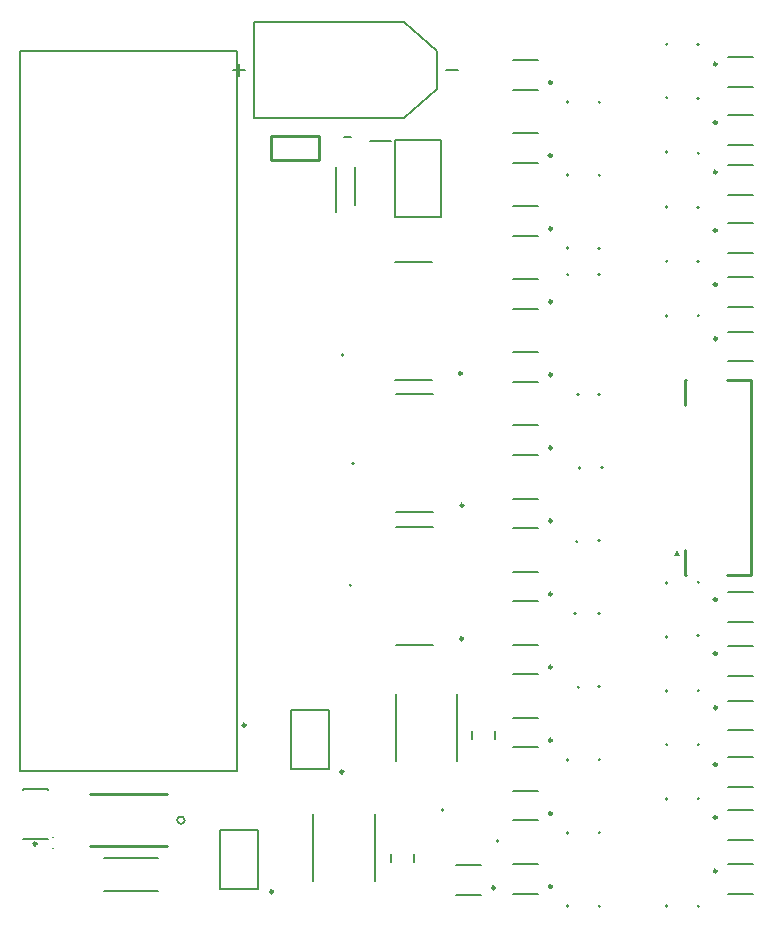
<source format=gbr>
G04*
G04 #@! TF.GenerationSoftware,Altium Limited,Altium Designer,23.5.1 (21)*
G04*
G04 Layer_Color=65535*
%FSLAX25Y25*%
%MOIN*%
G70*
G04*
G04 #@! TF.SameCoordinates,62E66B6F-0332-4FDC-AC1A-6E2C05ECB38F*
G04*
G04*
G04 #@! TF.FilePolarity,Positive*
G04*
G01*
G75*
%ADD10C,0.00600*%
%ADD11C,0.00984*%
%ADD12C,0.00591*%
%ADD13C,0.01000*%
%ADD14C,0.00787*%
%ADD15C,0.00500*%
G36*
X543077Y563937D02*
X542077Y561937D01*
X544077D01*
X543077Y563937D01*
D01*
D02*
G37*
D10*
X539800Y660300D02*
G03*
X539800Y660300I-300J0D01*
G01*
X483400Y467000D02*
G03*
X483400Y467000I-300J0D01*
G01*
X539800Y696700D02*
G03*
X539800Y696700I-300J0D01*
G01*
X517300Y689036D02*
G03*
X517300Y689036I-300J0D01*
G01*
X518300Y591500D02*
G03*
X518300Y591500I-300J0D01*
G01*
X517300Y494127D02*
G03*
X517300Y494127I-300J0D01*
G01*
X539800Y481100D02*
G03*
X539800Y481100I-300J0D01*
G01*
Y553100D02*
G03*
X539800Y553100I-300J0D01*
G01*
Y732600D02*
G03*
X539800Y732600I-300J0D01*
G01*
X517300Y655909D02*
G03*
X517300Y655909I-300J0D01*
G01*
Y542854D02*
G03*
X517300Y542854I-300J0D01*
G01*
Y445400D02*
G03*
X517300Y445400I-300J0D01*
G01*
X539800Y517100D02*
G03*
X539800Y517100I-300J0D01*
G01*
X431800Y629000D02*
G03*
X431800Y629000I-300J0D01*
G01*
X435300Y592900D02*
G03*
X435300Y592900I-300J0D01*
G01*
X539800Y714900D02*
G03*
X539800Y714900I-300J0D01*
G01*
X517300Y664673D02*
G03*
X517300Y664673I-300J0D01*
G01*
X539800Y642100D02*
G03*
X539800Y642100I-300J0D01*
G01*
X517300Y567218D02*
G03*
X517300Y567218I-300J0D01*
G01*
Y469764D02*
G03*
X517300Y469764I-300J0D01*
G01*
X539800Y499200D02*
G03*
X539800Y499200I-300J0D01*
G01*
X434300Y552400D02*
G03*
X434300Y552400I-300J0D01*
G01*
X517300Y713400D02*
G03*
X517300Y713400I-300J0D01*
G01*
Y615945D02*
G03*
X517300Y615945I-300J0D01*
G01*
X539800Y678500D02*
G03*
X539800Y678500I-300J0D01*
G01*
X517300Y518491D02*
G03*
X517300Y518491I-300J0D01*
G01*
X539800Y445400D02*
G03*
X539800Y445400I-300J0D01*
G01*
Y535100D02*
G03*
X539800Y535100I-300J0D01*
G01*
X465100Y477500D02*
G03*
X465100Y477500I-300J0D01*
G01*
X550300Y696400D02*
G03*
X550300Y696400I-300J0D01*
G01*
X506800Y689036D02*
G03*
X506800Y689036I-300J0D01*
G01*
X510800Y591400D02*
G03*
X510800Y591400I-300J0D01*
G01*
X506800Y494127D02*
G03*
X506800Y494127I-300J0D01*
G01*
X550300Y481100D02*
G03*
X550300Y481100I-300J0D01*
G01*
Y553376D02*
G03*
X550300Y553376I-300J0D01*
G01*
Y660200D02*
G03*
X550300Y660200I-300J0D01*
G01*
Y732600D02*
G03*
X550300Y732600I-300J0D01*
G01*
X506800Y655909D02*
G03*
X506800Y655909I-300J0D01*
G01*
X509300Y542900D02*
G03*
X509300Y542900I-300J0D01*
G01*
X506800Y445400D02*
G03*
X506800Y445400I-300J0D01*
G01*
X550300Y517100D02*
G03*
X550300Y517100I-300J0D01*
G01*
Y714500D02*
G03*
X550300Y714500I-300J0D01*
G01*
X506800Y664673D02*
G03*
X506800Y664673I-300J0D01*
G01*
X550300Y642100D02*
G03*
X550300Y642100I-300J0D01*
G01*
X509800Y566900D02*
G03*
X509800Y566900I-300J0D01*
G01*
X506800Y469764D02*
G03*
X506800Y469764I-300J0D01*
G01*
X550300Y499100D02*
G03*
X550300Y499100I-300J0D01*
G01*
X506800Y713400D02*
G03*
X506800Y713400I-300J0D01*
G01*
X510300Y615900D02*
G03*
X510300Y615900I-300J0D01*
G01*
X550300Y678300D02*
G03*
X550300Y678300I-300J0D01*
G01*
X510300Y518400D02*
G03*
X510300Y518400I-300J0D01*
G01*
X550300Y445400D02*
G03*
X550300Y445400I-300J0D01*
G01*
Y535600D02*
G03*
X550300Y535600I-300J0D01*
G01*
D11*
X556216Y457059D02*
G03*
X556216Y457059I-492J0D01*
G01*
X501268Y451941D02*
G03*
X501268Y451941I-492J0D01*
G01*
X556216Y547559D02*
G03*
X556216Y547559I-492J0D01*
G01*
Y690059D02*
G03*
X556216Y690059I-492J0D01*
G01*
X501268Y695577D02*
G03*
X501268Y695577I-492J0D01*
G01*
Y598123D02*
G03*
X501268Y598123I-492J0D01*
G01*
Y500668D02*
G03*
X501268Y500668I-492J0D01*
G01*
X556216Y475000D02*
G03*
X556216Y475000I-492J0D01*
G01*
Y652559D02*
G03*
X556216Y652559I-492J0D01*
G01*
Y726059D02*
G03*
X556216Y726059I-492J0D01*
G01*
X501268Y646850D02*
G03*
X501268Y646850I-492J0D01*
G01*
Y549396D02*
G03*
X501268Y549396I-492J0D01*
G01*
X556216Y511500D02*
G03*
X556216Y511500I-492J0D01*
G01*
X471240Y623000D02*
G03*
X471240Y623000I-492J0D01*
G01*
X471740Y579000D02*
G03*
X471740Y579000I-492J0D01*
G01*
X556216Y706559D02*
G03*
X556216Y706559I-492J0D01*
G01*
X501268Y671214D02*
G03*
X501268Y671214I-492J0D01*
G01*
X556216Y634500D02*
G03*
X556216Y634500I-492J0D01*
G01*
X501268Y573759D02*
G03*
X501268Y573759I-492J0D01*
G01*
Y476305D02*
G03*
X501268Y476305I-492J0D01*
G01*
X556216Y492559D02*
G03*
X556216Y492559I-492J0D01*
G01*
X471610Y534500D02*
G03*
X471610Y534500I-492J0D01*
G01*
X501268Y719941D02*
G03*
X501268Y719941I-492J0D01*
G01*
Y622486D02*
G03*
X501268Y622486I-492J0D01*
G01*
X556216Y670618D02*
G03*
X556216Y670618I-492J0D01*
G01*
X501268Y525032D02*
G03*
X501268Y525032I-492J0D01*
G01*
X556216Y529559D02*
G03*
X556216Y529559I-492J0D01*
G01*
X482268Y451441D02*
G03*
X482268Y451441I-492J0D01*
G01*
X408220Y450153D02*
G03*
X408220Y450153I-492J0D01*
G01*
X431720Y490154D02*
G03*
X431720Y490154I-492J0D01*
G01*
X399153Y505657D02*
G03*
X399153Y505657I-492J0D01*
G01*
X329492Y466157D02*
G03*
X329492Y466157I-492J0D01*
G01*
D12*
X378843Y474000D02*
G03*
X378843Y474000I-1245J0D01*
G01*
X559866Y449579D02*
X568134D01*
X559866Y459421D02*
X568134D01*
X488366D02*
X496634D01*
X488366Y449579D02*
X496634D01*
X559866Y540079D02*
X568134D01*
X559866Y549921D02*
X568134D01*
X559866Y682579D02*
X568134D01*
X559866Y692421D02*
X568134D01*
X488366Y703058D02*
X496634D01*
X488366Y693215D02*
X496634D01*
X488366Y605603D02*
X496634D01*
X488366Y595760D02*
X496634D01*
X488366Y508148D02*
X496634D01*
X488366Y498306D02*
X496634D01*
X559866Y467520D02*
X568134D01*
X559866Y477362D02*
X568134D01*
X559866Y645079D02*
X568134D01*
X559866Y654921D02*
X568134D01*
X559866Y718579D02*
X568134D01*
X559866Y728421D02*
X568134D01*
X488366Y654330D02*
X496634D01*
X488366Y644488D02*
X496634D01*
X488366Y556876D02*
X496634D01*
X488366Y547033D02*
X496634D01*
X559866Y504020D02*
X568134D01*
X559866Y513862D02*
X568134D01*
X559866Y699079D02*
X568134D01*
X559866Y708921D02*
X568134D01*
X488366Y678694D02*
X496634D01*
X488366Y668851D02*
X496634D01*
X559866Y627020D02*
X568134D01*
X559866Y636862D02*
X568134D01*
X488366Y581239D02*
X496634D01*
X488366Y571397D02*
X496634D01*
X488366Y483785D02*
X496634D01*
X488366Y473942D02*
X496634D01*
X559866Y485079D02*
X568134D01*
X559866Y494921D02*
X568134D01*
X488366Y727421D02*
X496634D01*
X488366Y717579D02*
X496634D01*
X488366Y629967D02*
X496634D01*
X488366Y620124D02*
X496634D01*
X559866Y663138D02*
X568134D01*
X559866Y672980D02*
X568134D01*
X488366Y532512D02*
X496634D01*
X488366Y522670D02*
X496634D01*
X559866Y522079D02*
X568134D01*
X559866Y531921D02*
X568134D01*
X469366Y458921D02*
X477634D01*
X469366Y449079D02*
X477634D01*
D13*
X559469Y555693D02*
X567591D01*
X545577D02*
Y564035D01*
Y555693D02*
X545838D01*
X559469Y620654D02*
X567591D01*
X545577Y612312D02*
Y620653D01*
X545838D01*
X567591Y555693D02*
Y620654D01*
X407500Y702000D02*
X423500D01*
Y694000D02*
Y702000D01*
X407500Y694000D02*
X423500D01*
X407500D02*
Y702000D01*
X347284Y465339D02*
X372874D01*
X347284Y482661D02*
X372874D01*
D14*
X448799Y660185D02*
X461201D01*
X448799Y620815D02*
X461201D01*
X449299Y616185D02*
X461701D01*
X449299Y576815D02*
X461701D01*
X449169Y571685D02*
X461571D01*
X449169Y532315D02*
X461571D01*
X403299Y451158D02*
Y470843D01*
X390701Y451158D02*
Y470843D01*
Y451158D02*
X403299D01*
X390701Y470843D02*
X403299D01*
X426799Y491157D02*
Y510843D01*
X414201Y491157D02*
Y510843D01*
Y491157D02*
X426799D01*
X414201Y510843D02*
X426799D01*
X323819Y490500D02*
X396181D01*
Y730500D01*
X323819D02*
X396181D01*
X323819Y490500D02*
Y730500D01*
X469736Y493780D02*
Y516221D01*
X449264Y493780D02*
Y516221D01*
X442236Y453780D02*
Y476221D01*
X421764Y453780D02*
Y476221D01*
X324866Y467732D02*
X333134D01*
Y484150D02*
Y484268D01*
Y467732D02*
Y467850D01*
X324866Y484268D02*
X333134D01*
X324866Y484150D02*
Y484268D01*
Y467732D02*
Y467850D01*
X449020Y700795D02*
X464177D01*
Y675205D02*
Y700795D01*
X449020Y675205D02*
X464177D01*
X449020D02*
Y700795D01*
X440752Y700303D02*
X447642D01*
X334902Y464728D02*
X335098D01*
X334902Y468272D02*
X335098D01*
X351945Y461512D02*
X370055D01*
X351945Y450488D02*
X370055D01*
X435551Y679201D02*
Y691799D01*
X429449Y676839D02*
Y691799D01*
X431819Y701850D02*
X434181D01*
X482445Y500936D02*
Y503681D01*
X474555Y500936D02*
Y503681D01*
X447555Y459936D02*
Y462681D01*
X455445Y459936D02*
Y462681D01*
D15*
X465965Y724000D02*
X469902D01*
X451988Y708055D02*
X463012Y717701D01*
X451988Y739945D02*
X463012Y730299D01*
X397067Y722031D02*
Y725969D01*
X395098Y724000D02*
X399035D01*
X401988Y708055D02*
Y739945D01*
Y708055D02*
X451988D01*
X463012Y717701D02*
Y730299D01*
X401988Y739945D02*
X451988D01*
M02*

</source>
